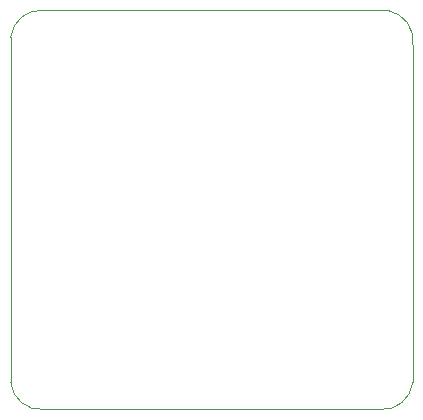
<source format=gbr>
G04 (created by PCBNEW (22-Jun-2014 BZR 4027)-stable) date Wed 03 Feb 2016 19:08:17 GMT*
%MOIN*%
G04 Gerber Fmt 3.4, Leading zero omitted, Abs format*
%FSLAX34Y34*%
G01*
G70*
G90*
G04 APERTURE LIST*
%ADD10C,0.00590551*%
%ADD11C,0.00393701*%
G04 APERTURE END LIST*
G54D10*
G54D11*
X84400Y-58100D02*
X84400Y-58050D01*
X84400Y-58049D02*
G75*
G03X83549Y-56899I-1000J149D01*
G74*
G01*
X84400Y-69300D02*
X84400Y-58100D01*
X71000Y-57800D02*
X71000Y-69300D01*
X83600Y-56900D02*
X72100Y-56900D01*
X72099Y-56899D02*
G75*
G03X70999Y-57800I-99J-1000D01*
G74*
G01*
X72100Y-70200D02*
X83300Y-70200D01*
X70999Y-69299D02*
G75*
G03X72099Y-70200I1000J99D01*
G74*
G01*
X83300Y-70200D02*
G75*
G03X84400Y-69299I99J1000D01*
G74*
G01*
M02*

</source>
